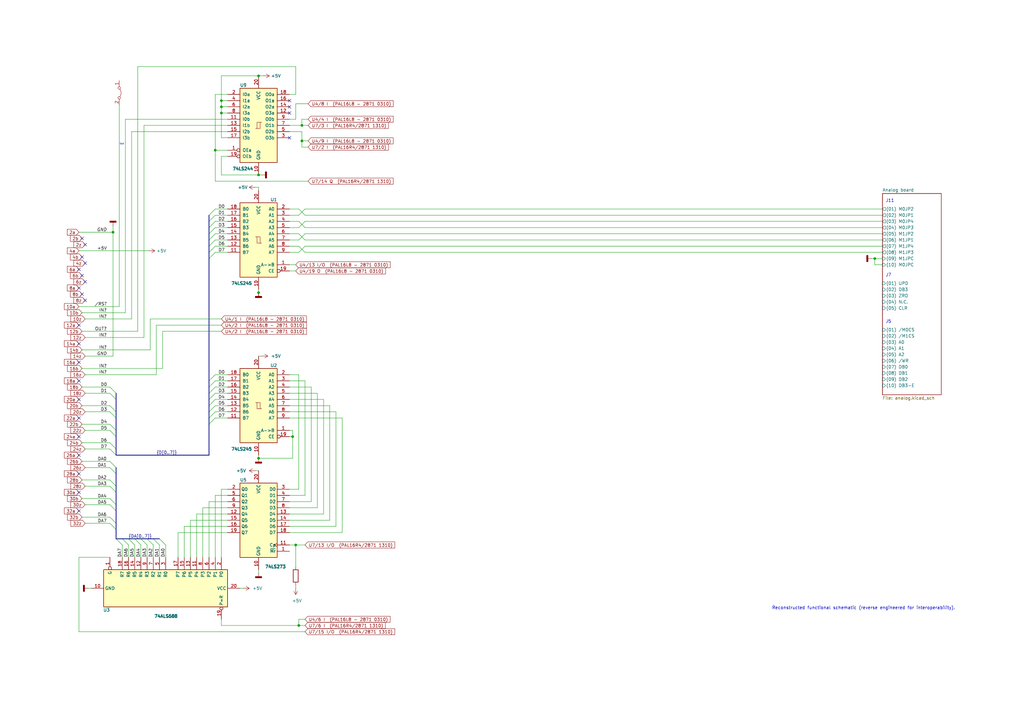
<source format=kicad_sch>
(kicad_sch (version 20211123) (generator eeschema)
  (paper "A3")
  (title_block (title "Control-related circuits") (date "2026-01-24") (rev "1.0") (company "Pozsar Zsolt") (comment 1 "EBE 287.1 analog output module"))
  (lib_symbols
    (symbol "74xx:74LS04"
      (property "Reference" "U" (at 0 1.27 0))
      (property "Value" "74LS04" (at 0 -1.27 0))
      (symbol "74LS04_1_0"
        (pin input line (at -7.62 0 0) (length 3.81) (name "~") (number "1"))
        (pin output inverted (at 7.62 0 180) (length 3.81) (name "~") (number "2"))
      )
      (symbol "74LS04_2_0"
        (pin input line (at -7.62 0 0) (length 3.81) (name "~") (number "3"))
        (pin output inverted (at 7.62 0 180) (length 3.81) (name "~") (number "4"))
      )
      (symbol "74LS04_3_0"
        (pin input line (at -7.62 0 0) (length 3.81) (name "~") (number "5"))
        (pin output inverted (at 7.62 0 180) (length 3.81) (name "~") (number "6"))
      )
      (symbol "74LS04_4_0"
        (pin output inverted (at 7.62 0 180) (length 3.81) (name "~") (number "8"))
        (pin input line (at -7.62 0 0) (length 3.81) (name "~") (number "9"))
      )
      (symbol "74LS04_5_0"
        (pin output inverted (at 7.62 0 180) (length 3.81) (name "~") (number "10"))
        (pin input line (at -7.62 0 0) (length 3.81) (name "~") (number "11"))
      )
      (symbol "74LS04_6_0"
        (pin output inverted (at 7.62 0 180) (length 3.81) (name "~") (number "12"))
        (pin input line (at -7.62 0 0) (length 3.81) (name "~") (number "13"))
      )
      (symbol "74LS04_7_0"
        (pin power_in line (at 0 12.7 270) (length 5.08) (name "VCC") (number "14"))
        (pin power_in line (at 0 -12.7 90) (length 5.08) (name "GND") (number "7"))
      )
    )
    (symbol "74xx:74LS139" (pin_names (offset 1.016))
      (property "Reference" "U" (at -7.62 8.89 0))
      (property "Value" "74LS139" (at -7.62 -8.89 0))
      (symbol "74LS139_1_0"
        (pin input inverted (at -12.7 -5.08 0) (length 5.08) (name "E") (number "1"))
        (pin input line (at -12.7 0 0) (length 5.08) (name "A0") (number "2"))
        (pin input line (at -12.7 2.54 0) (length 5.08) (name "A1") (number "3"))
        (pin output inverted (at 12.7 2.54 180) (length 5.08) (name "O0") (number "4"))
        (pin output inverted (at 12.7 0 180) (length 5.08) (name "O1") (number "5"))
        (pin output inverted (at 12.7 -2.54 180) (length 5.08) (name "O2") (number "6"))
        (pin output inverted (at 12.7 -5.08 180) (length 5.08) (name "O3") (number "7"))
      )
      (symbol "74LS139_2_0"
        (pin output inverted (at 12.7 -2.54 180) (length 5.08) (name "O2") (number "10"))
        (pin output inverted (at 12.7 0 180) (length 5.08) (name "O1") (number "11"))
        (pin output inverted (at 12.7 2.54 180) (length 5.08) (name "O0") (number "12"))
        (pin input line (at -12.7 2.54 0) (length 5.08) (name "A1") (number "13"))
        (pin input line (at -12.7 0 0) (length 5.08) (name "A0") (number "14"))
        (pin input inverted (at -12.7 -5.08 0) (length 5.08) (name "E") (number "15"))
        (pin output inverted (at 12.7 -5.08 180) (length 5.08) (name "O3") (number "9"))
      )
      (symbol "74LS139_3_0"
        (pin power_in line (at 0 12.7 270) (length 5.08) (name "VCC") (number "16"))
        (pin power_in line (at 0 -12.7 90) (length 5.08) (name "GND") (number "8"))
      )
    )
    (symbol "74xx:74LS244" (pin_names (offset 1.016))
      (property "Reference" "U" (at -7.62 16.51 0))
      (property "Value" "74LS244" (at -7.62 -16.51 0))
      (symbol "74LS244_1_0"
        (pin input inverted (at -12.7 -10.16 0) (length 5.08) (name "OEa") (number "1"))
        (pin power_in line (at 0 -20.32 90) (length 5.08) (name "GND") (number "10"))
        (pin input line (at -12.7 2.54 0) (length 5.08) (name "I0b") (number "11"))
        (pin tri_state line (at 12.7 5.08 180) (length 5.08) (name "O3a") (number "12"))
        (pin input line (at -12.7 0 0) (length 5.08) (name "I1b") (number "13"))
        (pin tri_state line (at 12.7 7.62 180) (length 5.08) (name "O2a") (number "14"))
        (pin input line (at -12.7 -2.54 0) (length 5.08) (name "I2b") (number "15"))
        (pin tri_state line (at 12.7 10.16 180) (length 5.08) (name "O1a") (number "16"))
        (pin input line (at -12.7 -5.08 0) (length 5.08) (name "I3b") (number "17"))
        (pin tri_state line (at 12.7 12.7 180) (length 5.08) (name "O0a") (number "18"))
        (pin input inverted (at -12.7 -12.7 0) (length 5.08) (name "OEb") (number "19"))
        (pin input line (at -12.7 12.7 0) (length 5.08) (name "I0a") (number "2"))
        (pin power_in line (at 0 20.32 270) (length 5.08) (name "VCC") (number "20"))
        (pin tri_state line (at 12.7 -5.08 180) (length 5.08) (name "O3b") (number "3"))
        (pin input line (at -12.7 10.16 0) (length 5.08) (name "I1a") (number "4"))
        (pin tri_state line (at 12.7 -2.54 180) (length 5.08) (name "O2b") (number "5"))
        (pin input line (at -12.7 7.62 0) (length 5.08) (name "I2a") (number "6"))
        (pin tri_state line (at 12.7 0 180) (length 5.08) (name "O1b") (number "7"))
        (pin input line (at -12.7 5.08 0) (length 5.08) (name "I3a") (number "8"))
        (pin tri_state line (at 12.7 2.54 180) (length 5.08) (name "O0b") (number "9"))
      )
    )
    (symbol "74xx:74LS245" (pin_names (offset 1.016))
      (property "Reference" "U" (at -7.62 16.51 0))
      (property "Value" "74LS245" (at -7.62 -16.51 0))
      (symbol "74LS245_1_0"
        (pin input line (at -12.7 -10.16 0) (length 5.08) (name "A->B") (number "1"))
        (pin power_in line (at 0 -20.32 90) (length 5.08) (name "GND") (number "10"))
        (pin tri_state line (at 12.7 -5.08 180) (length 5.08) (name "B7") (number "11"))
        (pin tri_state line (at 12.7 -2.54 180) (length 5.08) (name "B6") (number "12"))
        (pin tri_state line (at 12.7 0 180) (length 5.08) (name "B5") (number "13"))
        (pin tri_state line (at 12.7 2.54 180) (length 5.08) (name "B4") (number "14"))
        (pin tri_state line (at 12.7 5.08 180) (length 5.08) (name "B3") (number "15"))
        (pin tri_state line (at 12.7 7.62 180) (length 5.08) (name "B2") (number "16"))
        (pin tri_state line (at 12.7 10.16 180) (length 5.08) (name "B1") (number "17"))
        (pin tri_state line (at 12.7 12.7 180) (length 5.08) (name "B0") (number "18"))
        (pin input inverted (at -12.7 -12.7 0) (length 5.08) (name "CE") (number "19"))
        (pin tri_state line (at -12.7 12.7 0) (length 5.08) (name "A0") (number "2"))
        (pin power_in line (at 0 20.32 270) (length 5.08) (name "VCC") (number "20"))
        (pin tri_state line (at -12.7 10.16 0) (length 5.08) (name "A1") (number "3"))
        (pin tri_state line (at -12.7 7.62 0) (length 5.08) (name "A2") (number "4"))
        (pin tri_state line (at -12.7 5.08 0) (length 5.08) (name "A3") (number "5"))
        (pin tri_state line (at -12.7 2.54 0) (length 5.08) (name "A4") (number "6"))
        (pin tri_state line (at -12.7 0 0) (length 5.08) (name "A5") (number "7"))
        (pin tri_state line (at -12.7 -2.54 0) (length 5.08) (name "A6") (number "8"))
        (pin tri_state line (at -12.7 -5.08 0) (length 5.08) (name "A7") (number "9"))
      )
    )
    (symbol "74xx:74LS273"
      (property "Reference" "U" (at -7.62 16.51 0))
      (property "Value" "74LS273" (at -7.62 -16.51 0))
      (symbol "74LS273_1_0"
        (pin input line (at -12.7 -12.7 0) (length 5.08) (name "~{Mr}") (number "1"))
        (pin power_in line (at 0 -20.32 90) (length 5.08) (name "GND") (number "10"))
        (pin input clock (at -12.7 -10.16 0) (length 5.08) (name "Cp") (number "11"))
        (pin output line (at 12.7 2.54 180) (length 5.08) (name "Q4") (number "12"))
        (pin input line (at -12.7 2.54 0) (length 5.08) (name "D4") (number "13"))
        (pin input line (at -12.7 0 0) (length 5.08) (name "D5") (number "14"))
        (pin output line (at 12.7 0 180) (length 5.08) (name "Q5") (number "15"))
        (pin output line (at 12.7 -2.54 180) (length 5.08) (name "Q6") (number "16"))
        (pin input line (at -12.7 -2.54 0) (length 5.08) (name "D6") (number "17"))
        (pin input line (at -12.7 -5.08 0) (length 5.08) (name "D7") (number "18"))
        (pin output line (at 12.7 -5.08 180) (length 5.08) (name "Q7") (number "19"))
        (pin output line (at 12.7 12.7 180) (length 5.08) (name "Q0") (number "2"))
        (pin power_in line (at 0 20.32 270) (length 5.08) (name "VCC") (number "20"))
        (pin input line (at -12.7 12.7 0) (length 5.08) (name "D0") (number "3"))
        (pin input line (at -12.7 10.16 0) (length 5.08) (name "D1") (number "4"))
        (pin output line (at 12.7 10.16 180) (length 5.08) (name "Q1") (number "5"))
        (pin output line (at 12.7 7.62 180) (length 5.08) (name "Q2") (number "6"))
        (pin input line (at -12.7 7.62 0) (length 5.08) (name "D2") (number "7"))
        (pin input line (at -12.7 5.08 0) (length 5.08) (name "D3") (number "8"))
        (pin output line (at 12.7 5.08 180) (length 5.08) (name "Q3") (number "9"))
      )
    )
    (symbol "74xx:74LS688"
      (property "Reference" "U" (at -7.62 26.67 0))
      (property "Value" "74LS688" (at -7.62 -26.67 0))
      (symbol "74LS688_1_0"
        (pin input inverted (at -12.7 -22.86 0) (length 5.08) (name "G") (number "1"))
        (pin power_in line (at 0 -30.48 90) (length 5.08) (name "GND") (number "10"))
        (pin input line (at -12.7 12.7 0) (length 5.08) (name "P4") (number "11"))
        (pin input line (at -12.7 -10.16 0) (length 5.08) (name "R4") (number "12"))
        (pin input line (at -12.7 10.16 0) (length 5.08) (name "P5") (number "13"))
        (pin input line (at -12.7 -12.7 0) (length 5.08) (name "R5") (number "14"))
        (pin input line (at -12.7 7.62 0) (length 5.08) (name "P6") (number "15"))
        (pin input line (at -12.7 -15.24 0) (length 5.08) (name "R6") (number "16"))
        (pin input line (at -12.7 5.08 0) (length 5.08) (name "P7") (number "17"))
        (pin input line (at -12.7 -17.78 0) (length 5.08) (name "R7") (number "18"))
        (pin output inverted (at 12.7 22.86 180) (length 5.08) (name "P=R") (number "19"))
        (pin input line (at -12.7 22.86 0) (length 5.08) (name "P0") (number "2"))
        (pin power_in line (at 0 30.48 270) (length 5.08) (name "VCC") (number "20"))
        (pin input line (at -12.7 0 0) (length 5.08) (name "R0") (number "3"))
        (pin input line (at -12.7 20.32 0) (length 5.08) (name "P1") (number "4"))
        (pin input line (at -12.7 -2.54 0) (length 5.08) (name "R1") (number "5"))
        (pin input line (at -12.7 17.78 0) (length 5.08) (name "P2") (number "6"))
        (pin input line (at -12.7 -5.08 0) (length 5.08) (name "R2") (number "7"))
        (pin input line (at -12.7 15.24 0) (length 5.08) (name "P3") (number "8"))
        (pin input line (at -12.7 -7.62 0) (length 5.08) (name "R3") (number "9"))
      )
    )
    (symbol "74xx:74LS74" (pin_names (offset 1.016))
      (property "Reference" "U" (at -7.62 8.89 0))
      (property "Value" "74LS74" (at -7.62 -8.89 0))
      (symbol "74LS74_1_0"
        (pin input line (at 0 -7.62 90) (length 2.54) (name "~{R}") (number "1"))
        (pin input line (at -7.62 2.54 0) (length 2.54) (name "D") (number "2"))
        (pin input clock (at -7.62 0 0) (length 2.54) (name "C") (number "3"))
        (pin input line (at 0 7.62 270) (length 2.54) (name "~{S}") (number "4"))
        (pin output line (at 7.62 2.54 180) (length 2.54) (name "Q") (number "5"))
        (pin output line (at 7.62 -2.54 180) (length 2.54) (name "~{Q}") (number "6"))
      )
      (symbol "74LS74_2_0"
        (pin input line (at 0 7.62 270) (length 2.54) (name "~{S}") (number "10"))
        (pin input clock (at -7.62 0 0) (length 2.54) (name "C") (number "11"))
        (pin input line (at -7.62 2.54 0) (length 2.54) (name "D") (number "12"))
        (pin input line (at 0 -7.62 90) (length 2.54) (name "~{R}") (number "13"))
        (pin output line (at 7.62 -2.54 180) (length 2.54) (name "~{Q}") (number "8"))
        (pin output line (at 7.62 2.54 180) (length 2.54) (name "Q") (number "9"))
      )
      (symbol "74LS74_3_0"
        (pin power_in line (at 0 10.16 270) (length 2.54) (name "VCC") (number "14"))
        (pin power_in line (at 0 -10.16 90) (length 2.54) (name "GND") (number "7"))
      )
    )
    (symbol "DIL24_1" (pin_names (offset 1.016) hide)
      (property "Reference" "U" (at 0 -2.54 0))
      (property "Value" "DIL24_1" (at 0 2.54 0))
      (symbol "DIL24_1_1_1"
        (pin input line (at -19.05 13.97 0) (length 7.62) (name "1") (number "1"))
        (pin input line (at -19.05 -8.89 0) (length 7.62) (name "10") (number "10"))
        (pin input line (at -19.05 -11.43 0) (length 7.62) (name "11") (number "11"))
        (pin input line (at -19.05 -13.97 0) (length 7.62) (name "12") (number "12"))
        (pin input line (at 19.05 -13.97 180) (length 7.62) (name "13") (number "13"))
        (pin input line (at 19.05 -11.43 180) (length 7.62) (name "14") (number "14"))
        (pin input line (at 19.05 -8.89 180) (length 7.62) (name "15") (number "15"))
        (pin input line (at 19.05 -6.35 180) (length 7.62) (name "16") (number "16"))
        (pin input line (at 19.05 -3.81 180) (length 7.62) (name "17") (number "17"))
        (pin input line (at 19.05 -1.27 180) (length 7.62) (name "18") (number "18"))
        (pin input line (at 19.05 1.27 180) (length 7.62) (name "19") (number "19"))
        (pin input line (at -19.05 11.43 0) (length 7.62) (name "2") (number "2"))
        (pin input line (at 19.05 3.81 180) (length 7.62) (name "20") (number "20"))
        (pin input line (at 19.05 6.35 180) (length 7.62) (name "21") (number "21"))
        (pin input line (at 19.05 8.89 180) (length 7.62) (name "22") (number "22"))
        (pin input line (at 19.05 11.43 180) (length 7.62) (name "23") (number "23"))
        (pin input line (at 19.05 13.97 180) (length 7.62) (name "24") (number "24"))
        (pin input line (at -19.05 8.89 0) (length 7.62) (name "3") (number "3"))
        (pin input line (at -19.05 6.35 0) (length 7.62) (name "4") (number "4"))
        (pin input line (at -19.05 3.81 0) (length 7.62) (name "5") (number "5"))
        (pin input line (at -19.05 1.27 0) (length 7.62) (name "6") (number "6"))
        (pin input line (at -19.05 -1.27 0) (length 7.62) (name "7") (number "7"))
        (pin input line (at -19.05 -3.81 0) (length 7.62) (name "8") (number "8"))
        (pin input line (at -19.05 -6.35 0) (length 7.62) (name "9") (number "9"))
      )
    )
    (symbol "Device:R" (pin_numbers hide) (pin_names (offset 0))
      (property "Reference" "R" (at 2.032 0 90))
      (property "Value" "R" (at 0 0 90))
      (symbol "R_1_1"
        (pin passive line (at 0 3.81 270) (length 1.27) (name "~") (number "1"))
        (pin passive line (at 0 -3.81 90) (length 1.27) (name "~") (number "2"))
      )
    )
    (symbol "Jumper:Jumper_2_Bridged" (pin_names (offset 0) hide)
      (property "Reference" "JP" (at 0 1.905 0))
      (property "Value" "Jumper_2_Bridged" (at 0 -2.54 0))
      (symbol "Jumper_2_Bridged_1_1"
        (pin passive line (at -5.08 0 0) (length 2.54) (name "A") (number "1"))
        (pin passive line (at 5.08 0 180) (length 2.54) (name "B") (number "2"))
      )
    )
    (symbol "dil:DIL24" (pin_names (offset 1.016) hide)
      (property "Reference" "U" (at 0 -2.54 0))
      (property "Value" "DIL24" (at 0 2.54 0))
      (symbol "DIL24_1_1"
        (pin input line (at -19.05 13.97 0) (length 7.62) (name "1") (number "1"))
        (pin input line (at -19.05 -8.89 0) (length 7.62) (name "10") (number "10"))
        (pin input line (at -19.05 -11.43 0) (length 7.62) (name "11") (number "11"))
        (pin input line (at -19.05 -13.97 0) (length 7.62) (name "12") (number "12"))
        (pin input line (at 19.05 -13.97 180) (length 7.62) (name "13") (number "13"))
        (pin input line (at 19.05 -11.43 180) (length 7.62) (name "14") (number "14"))
        (pin input line (at 19.05 -8.89 180) (length 7.62) (name "15") (number "15"))
        (pin input line (at 19.05 -6.35 180) (length 7.62) (name "16") (number "16"))
        (pin input line (at 19.05 -3.81 180) (length 7.62) (name "17") (number "17"))
        (pin input line (at 19.05 -1.27 180) (length 7.62) (name "18") (number "18"))
        (pin input line (at 19.05 1.27 180) (length 7.62) (name "19") (number "19"))
        (pin input line (at -19.05 11.43 0) (length 7.62) (name "2") (number "2"))
        (pin input line (at 19.05 3.81 180) (length 7.62) (name "20") (number "20"))
        (pin input line (at 19.05 6.35 180) (length 7.62) (name "21") (number "21"))
        (pin input line (at 19.05 8.89 180) (length 7.62) (name "22") (number "22"))
        (pin input line (at 19.05 11.43 180) (length 7.62) (name "23") (number "23"))
        (pin input line (at 19.05 13.97 180) (length 7.62) (name "24") (number "24"))
        (pin input line (at -19.05 8.89 0) (length 7.62) (name "3") (number "3"))
        (pin input line (at -19.05 6.35 0) (length 7.62) (name "4") (number "4"))
        (pin input line (at -19.05 3.81 0) (length 7.62) (name "5") (number "5"))
        (pin input line (at -19.05 1.27 0) (length 7.62) (name "6") (number "6"))
        (pin input line (at -19.05 -1.27 0) (length 7.62) (name "7") (number "7"))
        (pin input line (at -19.05 -3.81 0) (length 7.62) (name "8") (number "8"))
        (pin input line (at -19.05 -6.35 0) (length 7.62) (name "9") (number "9"))
      )
    )
    (symbol "power:+5V" (power) (pin_names (offset 0))
      (property "Value" "+5V" (at 0 3.556 0))
      (symbol "+5V_1_1"
        (pin power_in line (at 0 0 90) (length 0) hide (name "+5V") (number "1"))
      )
    )
    (symbol "power:GNDD" (power) (pin_names (offset 0))
      (property "Value" "GNDD" (at 0 -3.175 0))
      (symbol "GNDD_1_1"
        (pin power_in line (at 0 0 270) (length 0) hide (name "GNDD") (number "1"))
      )
    )
  )
  (junction (at 123.825 51.435))
  (junction (at 46.355 95.25))
  (junction (at -98.425 227.33))
  (junction (at 123.825 57.785))
  (junction (at 120.015 179.07))
  (junction (at 106.045 31.115))
  (junction (at 90.805 41.275))
  (junction (at 122.555 256.54))
  (junction (at 121.285 223.52))
  (junction (at 88.265 61.595))
  (junction (at 106.045 71.755))
  (junction (at 106.045 120.015))
  (junction (at 90.805 43.815))
  (junction (at 90.805 46.355))
  (junction (at 106.045 187.96))
  (junction (at 358.775 106.045))
  (junction (at -144.145 199.39))
  (no_connect (at 32.385 201.93))
  (no_connect (at 118.745 46.355))
  (no_connect (at 34.925 107.95))
  (no_connect (at 32.385 171.45))
  (no_connect (at 118.745 41.275))
  (no_connect (at 32.385 209.55))
  (no_connect (at 32.385 156.21))
  (no_connect (at 118.745 43.815))
  (no_connect (at 32.385 194.31))
  (no_connect (at 34.925 123.19))
  (no_connect (at 34.925 100.33))
  (no_connect (at 32.385 140.97))
  (no_connect (at 118.745 56.515))
  (no_connect (at 32.385 179.07))
  (no_connect (at 33.655 120.65))
  (no_connect (at 33.655 113.03))
  (no_connect (at 32.385 133.35))
  (no_connect (at 32.385 110.49))
  (no_connect (at 32.385 148.59))
  (no_connect (at 32.385 118.11))
  (no_connect (at 33.655 97.79))
  (no_connect (at 34.925 115.57))
  (no_connect (at 32.385 186.69))
  (no_connect (at 33.655 105.41))
  (no_connect (at 32.385 163.83))
  (bus_entry (at 60.325 223.52) (size -2.54 -2.54))
  (bus_entry (at 88.265 161.29) (size -2.54 2.54))
  (bus_entry (at 45.085 199.39) (size 2.54 2.54))
  (bus_entry (at 45.085 189.23) (size 2.54 2.54))
  (bus_entry (at 88.265 171.45) (size -2.54 2.54))
  (bus_entry (at 45.085 168.91) (size 2.54 2.54))
  (bus_entry (at 45.085 191.77) (size 2.54 2.54))
  (bus_entry (at 88.265 166.37) (size -2.54 2.54))
  (bus_entry (at 45.085 158.75) (size 2.54 2.54))
  (bus_entry (at 88.265 88.265) (size -2.54 2.54))
  (bus_entry (at 88.265 85.725) (size -2.54 2.54))
  (bus_entry (at 45.085 176.53) (size 2.54 2.54))
  (bus_entry (at 50.165 223.52) (size -2.54 -2.54))
  (bus_entry (at 62.865 223.52) (size -2.54 -2.54))
  (bus_entry (at 65.405 223.52) (size -2.54 -2.54))
  (bus_entry (at 88.265 103.505) (size -2.54 2.54))
  (bus_entry (at 45.085 196.85) (size 2.54 2.54))
  (bus_entry (at 45.085 173.99) (size 2.54 2.54))
  (bus_entry (at 67.945 223.52) (size -2.54 -2.54))
  (bus_entry (at 88.265 100.965) (size -2.54 2.54))
  (bus_entry (at 45.085 181.61) (size 2.54 2.54))
  (bus_entry (at 45.085 204.47) (size 2.54 2.54))
  (bus_entry (at 88.265 95.885) (size -2.54 2.54))
  (bus_entry (at 88.265 168.91) (size -2.54 2.54))
  (bus_entry (at 52.705 223.52) (size -2.54 -2.54))
  (bus_entry (at 88.265 156.21) (size -2.54 2.54))
  (bus_entry (at 88.265 93.345) (size -2.54 2.54))
  (bus_entry (at 45.085 207.01) (size 2.54 2.54))
  (bus_entry (at 55.245 223.52) (size -2.54 -2.54))
  (bus_entry (at 45.085 184.15) (size 2.54 2.54))
  (bus_entry (at 45.085 212.09) (size 2.54 2.54))
  (bus_entry (at 45.085 214.63) (size 2.54 2.54))
  (bus_entry (at 88.265 163.83) (size -2.54 2.54))
  (bus_entry (at 45.085 161.29) (size 2.54 2.54))
  (bus_entry (at 57.785 223.52) (size -2.54 -2.54))
  (bus_entry (at 88.265 98.425) (size -2.54 2.54))
  (bus_entry (at 45.085 166.37) (size 2.54 2.54))
  (bus_entry (at 88.265 158.75) (size -2.54 2.54))
  (bus_entry (at 88.265 90.805) (size -2.54 2.54))
  (bus_entry (at 88.265 153.67) (size -2.54 2.54))
  (bus (pts (xy 47.625 191.77) (xy 47.625 194.31)))
  (wire (pts (xy 55.245 223.52) (xy 55.245 228.6)))
  (wire (pts (xy 122.555 254) (xy 122.555 256.54)))
  (wire (pts (xy 125.095 98.425) (xy 122.555 95.885)))
  (wire (pts (xy 88.265 93.345) (xy 93.345 93.345)))
  (wire (pts (xy 125.095 223.52) (xy 121.285 223.52)))
  (wire (pts (xy 45.085 191.77) (xy 34.925 191.77)))
  (wire (pts (xy 118.745 203.2) (xy 125.095 203.2)))
  (wire (pts (xy 85.725 205.74) (xy 93.345 205.74)))
  (wire (pts (xy 118.745 163.83) (xy 132.715 163.83)))
  (wire (pts (xy 45.085 158.75) (xy 33.655 158.75)))
  (wire (pts (xy 90.805 135.89) (xy 66.675 135.89)))
  (bus (pts (xy 85.725 171.45) (xy 85.725 173.99)))
  (wire (pts (xy 118.745 153.67) (xy 122.555 153.67)))
  (wire (pts (xy 118.745 158.75) (xy 127.635 158.75)))
  (wire (pts (xy 361.95 108.585) (xy 358.775 108.585)))
  (bus (pts (xy 47.625 171.45) (xy 47.625 176.53)))
  (bus (pts (xy 47.625 161.29) (xy 47.625 163.83)))
  (wire (pts (xy 122.555 256.54) (xy 90.805 256.54)))
  (wire (pts (xy 88.265 85.725) (xy 93.345 85.725)))
  (bus (pts (xy 85.725 158.75) (xy 85.725 161.29)))
  (bus (pts (xy 47.625 214.63) (xy 47.625 217.17)))
  (wire (pts (xy 62.865 223.52) (xy 62.865 228.6)))
  (wire (pts (xy 358.775 106.045) (xy 358.775 108.585)))
  (wire (pts (xy 125.095 203.2) (xy 125.095 156.21)))
  (wire (pts (xy 361.95 93.345) (xy 125.095 93.345)))
  (wire (pts (xy 88.265 61.595) (xy 88.265 38.735)))
  (wire (pts (xy 137.795 215.9) (xy 118.745 215.9)))
  (wire (pts (xy 106.045 146.05) (xy 107.315 146.05)))
  (wire (pts (xy 45.085 166.37) (xy 33.655 166.37)))
  (wire (pts (xy 88.265 203.2) (xy 93.345 203.2)))
  (wire (pts (xy 88.265 61.595) (xy 93.345 61.595)))
  (bus (pts (xy 85.725 98.425) (xy 85.725 100.965)))
  (wire (pts (xy 120.015 179.07) (xy 120.015 187.96)))
  (wire (pts (xy 57.785 223.52) (xy 57.785 228.6)))
  (bus (pts (xy 85.725 173.99) (xy 85.725 186.69)))
  (wire (pts (xy 88.265 156.21) (xy 93.345 156.21)))
  (wire (pts (xy 33.655 143.51) (xy 61.595 143.51)))
  (wire (pts (xy 88.265 90.805) (xy 93.345 90.805)))
  (wire (pts (xy 88.265 103.505) (xy 93.345 103.505)))
  (wire (pts (xy 80.645 228.6) (xy 80.645 210.82)))
  (wire (pts (xy 135.255 166.37) (xy 118.745 166.37)))
  (bus (pts (xy 85.725 95.885) (xy 85.725 98.425)))
  (bus (pts (xy 47.625 176.53) (xy 47.625 179.07)))
  (wire (pts (xy 122.555 153.67) (xy 122.555 200.66)))
  (wire (pts (xy 45.085 199.39) (xy 34.925 199.39)))
  (wire (pts (xy 126.365 48.895) (xy 123.825 48.895)))
  (wire (pts (xy -102.235 227.33) (xy -98.425 227.33)))
  (wire (pts (xy 122.555 100.965) (xy 118.745 100.965)))
  (bus (pts (xy 85.725 156.21) (xy 85.725 158.75)))
  (wire (pts (xy 33.655 128.27) (xy 51.435 128.27)))
  (wire (pts (xy 122.555 93.345) (xy 118.745 93.345)))
  (wire (pts (xy 126.365 57.785) (xy 123.825 57.785)))
  (wire (pts (xy 125.095 259.08) (xy 32.385 259.08)))
  (wire (pts (xy 123.825 57.785) (xy 123.825 60.325)))
  (wire (pts (xy 52.705 223.52) (xy 52.705 228.6)))
  (wire (pts (xy 121.285 42.545) (xy 126.365 42.545)))
  (wire (pts (xy 34.925 146.05) (xy 46.355 146.05)))
  (wire (pts (xy 106.045 118.745) (xy 106.045 120.015)))
  (wire (pts (xy 59.055 51.435) (xy 59.055 138.43)))
  (wire (pts (xy 48.895 125.73) (xy 48.895 43.18)))
  (wire (pts (xy 107.95 31.115) (xy 106.045 31.115)))
  (wire (pts (xy 93.345 218.44) (xy 73.025 218.44)))
  (bus (pts (xy 60.325 220.98) (xy 57.785 220.98)))
  (wire (pts (xy 46.355 95.25) (xy 46.355 146.05)))
  (wire (pts (xy 32.385 228.6) (xy 45.085 228.6)))
  (bus (pts (xy 47.625 168.91) (xy 47.625 171.45)))
  (wire (pts (xy 50.165 223.52) (xy 50.165 228.6)))
  (wire (pts (xy 88.265 228.6) (xy 88.265 203.2)))
  (wire (pts (xy 66.675 135.89) (xy 66.675 151.13)))
  (wire (pts (xy 120.015 176.53) (xy 120.015 179.07)))
  (wire (pts (xy 99.695 241.3) (xy 98.425 241.3)))
  (wire (pts (xy 88.265 74.295) (xy 88.265 61.595)))
  (wire (pts (xy 106.045 187.96) (xy 120.015 187.96)))
  (wire (pts (xy 361.95 100.965) (xy 125.095 100.965)))
  (wire (pts (xy 34.925 130.81) (xy 53.975 130.81)))
  (bus (pts (xy 85.725 163.83) (xy 85.725 166.37)))
  (wire (pts (xy 60.325 223.52) (xy 60.325 228.6)))
  (wire (pts (xy 51.435 48.895) (xy 51.435 128.27)))
  (wire (pts (xy 125.095 156.21) (xy 118.745 156.21)))
  (wire (pts (xy 127.635 158.75) (xy 127.635 205.74)))
  (wire (pts (xy 140.335 171.45) (xy 118.745 171.45)))
  (wire (pts (xy 118.745 179.07) (xy 120.015 179.07)))
  (wire (pts (xy 90.805 46.355) (xy 93.345 46.355)))
  (wire (pts (xy 361.95 90.805) (xy 125.095 90.805)))
  (wire (pts (xy 65.405 223.52) (xy 65.405 228.6)))
  (wire (pts (xy 88.265 171.45) (xy 93.345 171.45)))
  (wire (pts (xy 90.805 228.6) (xy 90.805 200.66)))
  (wire (pts (xy 45.085 161.29) (xy 34.925 161.29)))
  (wire (pts (xy 83.185 208.28) (xy 93.345 208.28)))
  (wire (pts (xy 32.385 95.25) (xy 46.355 95.25)))
  (wire (pts (xy -144.145 199.39) (xy -144.145 238.76)))
  (bus (pts (xy 85.725 161.29) (xy 85.725 163.83)))
  (wire (pts (xy 361.95 103.505) (xy 125.095 103.505)))
  (wire (pts (xy 125.095 90.805) (xy 122.555 93.345)))
  (wire (pts (xy 125.095 103.505) (xy 122.555 100.965)))
  (wire (pts (xy 56.515 135.89) (xy 33.655 135.89)))
  (wire (pts (xy 125.095 88.265) (xy 122.555 85.725)))
  (wire (pts (xy 90.805 256.54) (xy 90.805 254)))
  (bus (pts (xy 47.625 179.07) (xy 47.625 184.15)))
  (wire (pts (xy 32.385 125.73) (xy 48.895 125.73)))
  (wire (pts (xy 33.655 151.13) (xy 66.675 151.13)))
  (wire (pts (xy 88.265 98.425) (xy 93.345 98.425)))
  (wire (pts (xy 45.085 168.91) (xy 34.925 168.91)))
  (wire (pts (xy 36.195 241.3) (xy 37.465 241.3)))
  (wire (pts (xy 90.805 43.815) (xy 93.345 43.815)))
  (wire (pts (xy 90.805 130.81) (xy 61.595 130.81)))
  (bus (pts (xy 85.725 103.505) (xy 85.725 106.045)))
  (wire (pts (xy 122.555 95.885) (xy 118.745 95.885)))
  (wire (pts (xy 46.355 95.25) (xy 46.355 92.71)))
  (wire (pts (xy 125.095 93.345) (xy 122.555 90.805)))
  (wire (pts (xy 80.645 210.82) (xy 93.345 210.82)))
  (wire (pts (xy 121.285 241.3) (xy 121.285 240.03)))
  (wire (pts (xy -140.335 147.32) (xy -144.145 147.32)))
  (wire (pts (xy 140.335 218.44) (xy 140.335 171.45)))
  (bus (pts (xy 55.245 220.98) (xy 52.705 220.98)))
  (wire (pts (xy -140.335 175.26) (xy -140.335 176.53)))
  (wire (pts (xy 126.365 74.295) (xy 88.265 74.295)))
  (wire (pts (xy 118.745 51.435) (xy 123.825 51.435)))
  (wire (pts (xy 104.775 193.04) (xy 106.045 193.04)))
  (wire (pts (xy 88.265 166.37) (xy 93.345 166.37)))
  (wire (pts (xy 45.085 196.85) (xy 33.655 196.85)))
  (wire (pts (xy 125.095 100.965) (xy 122.555 103.505)))
  (wire (pts (xy 88.265 100.965) (xy 93.345 100.965)))
  (wire (pts (xy 132.715 210.82) (xy 118.745 210.82)))
  (bus (pts (xy 47.625 207.01) (xy 47.625 209.55)))
  (wire (pts (xy 121.285 48.895) (xy 121.285 42.545)))
  (wire (pts (xy 61.595 130.81) (xy 61.595 143.51)))
  (wire (pts (xy 88.265 38.735) (xy 93.345 38.735)))
  (wire (pts (xy 106.045 78.105) (xy 106.045 76.835)))
  (wire (pts (xy 45.085 184.15) (xy 34.925 184.15)))
  (wire (pts (xy 53.975 53.975) (xy 53.975 130.81)))
  (wire (pts (xy 93.345 51.435) (xy 59.055 51.435)))
  (wire (pts (xy 122.555 90.805) (xy 118.745 90.805)))
  (wire (pts (xy 93.345 53.975) (xy 53.975 53.975)))
  (bus (pts (xy 62.865 220.98) (xy 60.325 220.98)))
  (bus (pts (xy 50.165 220.98) (xy 47.625 220.98)))
  (wire (pts (xy 45.085 212.09) (xy 33.655 212.09)))
  (wire (pts (xy 121.285 111.125) (xy 118.745 111.125)))
  (wire (pts (xy 106.045 233.68) (xy 106.045 234.95)))
  (wire (pts (xy 137.795 168.91) (xy 137.795 215.9)))
  (bus (pts (xy 52.705 220.98) (xy 50.165 220.98)))
  (bus (pts (xy 47.625 184.15) (xy 47.625 186.69)))
  (wire (pts (xy 121.285 38.735) (xy 121.285 27.305)))
  (wire (pts (xy 123.825 53.975) (xy 123.825 57.785)))
  (wire (pts (xy 122.555 200.66) (xy 118.745 200.66)))
  (wire (pts (xy 90.805 64.135) (xy 93.345 64.135)))
  (bus (pts (xy 85.725 100.965) (xy 85.725 103.505)))
  (wire (pts (xy 60.96 102.87) (xy 32.385 102.87)))
  (wire (pts (xy 56.515 27.305) (xy 56.515 135.89)))
  (wire (pts (xy 88.265 168.91) (xy 93.345 168.91)))
  (wire (pts (xy 361.95 95.885) (xy 125.095 95.885)))
  (wire (pts (xy 361.95 85.725) (xy 125.095 85.725)))
  (wire (pts (xy 130.175 161.29) (xy 130.175 208.28)))
  (wire (pts (xy 90.805 46.355) (xy 90.805 43.815)))
  (wire (pts (xy 90.805 56.515) (xy 90.805 46.355)))
  (wire (pts (xy 361.95 98.425) (xy 125.095 98.425)))
  (wire (pts (xy 90.805 41.275) (xy 93.345 41.275)))
  (wire (pts (xy 358.775 106.045) (xy 357.505 106.045)))
  (wire (pts (xy 122.555 98.425) (xy 118.745 98.425)))
  (wire (pts (xy 123.825 51.435) (xy 126.365 51.435)))
  (bus (pts (xy 47.625 194.31) (xy 47.625 199.39)))
  (wire (pts (xy 123.825 60.325) (xy 126.365 60.325)))
  (wire (pts (xy 88.265 158.75) (xy 93.345 158.75)))
  (wire (pts (xy 45.085 181.61) (xy 33.655 181.61)))
  (wire (pts (xy 121.285 108.585) (xy 118.745 108.585)))
  (wire (pts (xy 106.045 76.835) (xy 104.775 76.835)))
  (wire (pts (xy -98.425 175.26) (xy -98.425 227.33)))
  (wire (pts (xy 122.555 103.505) (xy 118.745 103.505)))
  (wire (pts (xy 118.745 38.735) (xy 121.285 38.735)))
  (wire (pts (xy -144.145 238.76) (xy -98.425 238.76)))
  (wire (pts (xy 90.805 43.815) (xy 90.805 41.275)))
  (bus (pts (xy 65.405 220.98) (xy 62.865 220.98)))
  (wire (pts (xy 64.135 153.67) (xy 34.925 153.67)))
  (wire (pts (xy 45.085 176.53) (xy 34.925 176.53)))
  (wire (pts (xy 130.175 208.28) (xy 118.745 208.28)))
  (wire (pts (xy 361.95 88.265) (xy 125.095 88.265)))
  (wire (pts (xy 83.185 228.6) (xy 83.185 208.28)))
  (wire (pts (xy -102.235 147.32) (xy -102.235 146.05)))
  (wire (pts (xy 125.095 95.885) (xy 122.555 98.425)))
  (wire (pts (xy -102.235 175.26) (xy -98.425 175.26)))
  (wire (pts (xy 90.805 31.115) (xy 106.045 31.115)))
  (wire (pts (xy 135.255 213.36) (xy 135.255 166.37)))
  (wire (pts (xy 118.745 161.29) (xy 130.175 161.29)))
  (wire (pts (xy 45.085 189.23) (xy 33.655 189.23)))
  (wire (pts (xy 90.805 41.275) (xy 90.805 31.115)))
  (bus (pts (xy 47.625 163.83) (xy 47.625 168.91)))
  (wire (pts (xy 75.565 228.6) (xy 75.565 215.9)))
  (wire (pts (xy 106.045 186.69) (xy 106.045 187.96)))
  (wire (pts (xy 125.095 254) (xy 122.555 254)))
  (wire (pts (xy 64.135 133.35) (xy 90.805 133.35)))
  (wire (pts (xy 90.805 71.755) (xy 90.805 64.135)))
  (wire (pts (xy 73.025 218.44) (xy 73.025 228.6)))
  (wire (pts (xy 122.555 85.725) (xy 118.745 85.725)))
  (wire (pts (xy 118.745 213.36) (xy 135.255 213.36)))
  (bus (pts (xy 47.625 209.55) (xy 47.625 214.63)))
  (wire (pts (xy 78.105 213.36) (xy 93.345 213.36)))
  (wire (pts (xy 78.105 228.6) (xy 78.105 213.36)))
  (wire (pts (xy 88.265 161.29) (xy 93.345 161.29)))
  (bus (pts (xy 85.725 168.91) (xy 85.725 171.45)))
  (wire (pts (xy -102.235 199.39) (xy -102.235 198.12)))
  (wire (pts (xy 118.745 218.44) (xy 140.335 218.44)))
  (wire (pts (xy -144.145 147.32) (xy -144.145 199.39)))
  (wire (pts (xy 67.945 223.52) (xy 67.945 228.6)))
  (wire (pts (xy 106.045 71.755) (xy 107.315 71.755)))
  (bus (pts (xy 57.785 220.98) (xy 55.245 220.98)))
  (wire (pts (xy 125.095 85.725) (xy 122.555 88.265)))
  (bus (pts (xy 85.725 166.37) (xy 85.725 168.91)))
  (wire (pts (xy 121.285 223.52) (xy 118.745 223.52)))
  (wire (pts (xy 93.345 48.895) (xy 51.435 48.895)))
  (wire (pts (xy 121.285 232.41) (xy 121.285 223.52)))
  (wire (pts (xy 75.565 215.9) (xy 93.345 215.9)))
  (wire (pts (xy 118.745 168.91) (xy 137.795 168.91)))
  (wire (pts (xy 85.725 228.6) (xy 85.725 205.74)))
  (bus (pts (xy 85.725 88.265) (xy 85.725 90.805)))
  (bus (pts (xy 85.725 90.805) (xy 85.725 93.345)))
  (wire (pts (xy 118.745 48.895) (xy 121.285 48.895)))
  (wire (pts (xy 45.085 173.99) (xy 33.655 173.99)))
  (wire (pts (xy -140.335 227.33) (xy -140.335 228.6)))
  (wire (pts (xy -144.145 199.39) (xy -140.335 199.39)))
  (wire (pts (xy 127.635 205.74) (xy 118.745 205.74)))
  (wire (pts (xy 90.805 200.66) (xy 93.345 200.66)))
  (wire (pts (xy 361.95 106.045) (xy 358.775 106.045)))
  (wire (pts (xy 88.265 88.265) (xy 93.345 88.265)))
  (wire (pts (xy 122.555 88.265) (xy 118.745 88.265)))
  (wire (pts (xy 93.345 56.515) (xy 90.805 56.515)))
  (wire (pts (xy 90.805 71.755) (xy 106.045 71.755)))
  (wire (pts (xy 120.015 176.53) (xy 118.745 176.53)))
  (wire (pts (xy 45.085 207.01) (xy 34.925 207.01)))
  (wire (pts (xy 64.135 153.67) (xy 64.135 133.35)))
  (bus (pts (xy 85.725 106.045) (xy 85.725 156.21)))
  (wire (pts (xy 125.095 256.54) (xy 122.555 256.54)))
  (wire (pts (xy 88.265 153.67) (xy 93.345 153.67)))
  (wire (pts (xy 45.085 204.47) (xy 33.655 204.47)))
  (bus (pts (xy 47.625 201.93) (xy 47.625 207.01)))
  (wire (pts (xy -98.425 227.33) (xy -98.425 238.76)))
  (wire (pts (xy 34.925 138.43) (xy 59.055 138.43)))
  (wire (pts (xy 118.745 53.975) (xy 123.825 53.975)))
  (bus (pts (xy 85.725 186.69) (xy 47.625 186.69)))
  (wire (pts (xy 121.285 27.305) (xy 56.515 27.305)))
  (bus (pts (xy 85.725 93.345) (xy 85.725 95.885)))
  (wire (pts (xy 123.825 48.895) (xy 123.825 51.435)))
  (wire (pts (xy 88.265 95.885) (xy 93.345 95.885)))
  (wire (pts (xy 88.265 163.83) (xy 93.345 163.83)))
  (wire (pts (xy 132.715 163.83) (xy 132.715 210.82)))
  (wire (pts (xy 32.385 259.08) (xy 32.385 228.6)))
  (wire (pts (xy 45.085 214.63) (xy 34.925 214.63)))
  (bus (pts (xy 47.625 199.39) (xy 47.625 201.93)))
  (bus (pts (xy 47.625 217.17) (xy 47.625 220.98)))
  (text "Vcc\n1CLK\n-1Q1\n-1Q2\n-1Q3\n-1Q4\n-2Q1\n-2Q2\n-2Q3\n-2Q4\n2CLK\n-2PRE" (at -111.125 176.53 180) (effects (font (size 1.6 1.6)) (justify right bottom)))
  (text "-1PRE\n-1OE\n1D1\n1D2\n1D3\n1D4\n2D1\n2D2\n2D3\n2D4\n-2OE\nGND" (at -131.445 176.53 0) (effects (font (size 1.6 1.6)) (justify left bottom)))
  (text "Vcc\n1CLK\n-1Q1\n-1Q2\n-1Q3\n-1Q4\n-2Q1\n-2Q2\n-2Q3\n-2Q4\n2CLK\n-2PRE" (at -111.125 228.6 180) (effects (font (size 1.6 1.6)) (justify right bottom)))
  (text "-1PRE\n-1OE\n1D1\n1D2\n1D3\n1D4\n2D1\n2D2\n2D3\n2D4\n-2OE\nGND" (at -131.445 228.6 0) (effects (font (size 1.6 1.6)) (justify left bottom)))
  (text "J7" (at 363.22 113.665 0) (effects (font (size 1.27 1.27)) (justify left bottom)))
  (text "J11" (at 363.22 83.185 0) (effects (font (size 1.27 1.27)) (justify left bottom)))
  (text "E" (at 50.8 59.69 90) (effects (font (size 1.27 1.27)) (justify left bottom)))
  (text "J5" (at 363.22 132.715 0) (effects (font (size 1.27 1.27)) (justify left bottom)))
  (text "Reconstructed functional schematic (reverse engineered for interoperability)." (at 391.795 250.19 180) (effects (font (size 1.27 1.27)) (justify right bottom)))
  (label "DA6" (at 40.005 212.09 0))
  (label "D5" (at 89.535 166.37 0))
  (label "DA1" (at 65.405 224.79 270))
  (label "D4" (at 89.535 163.83 0))
  (label "D3" (at 89.535 93.345 0))
  (label "D4" (at 89.535 95.885 0))
  (label "D7" (at 89.535 103.505 0))
  (label "D4" (at 41.275 173.99 0))
  (label "IN?" (at 43.815 130.81 180))
  (label "D6" (at 89.535 168.91 0))
  (label "{DA[0..7]}" (at 52.705 220.98 0))
  (label "DA0" (at 40.005 189.23 0))
  (label "GND" (at 43.815 95.25 180) (effects (font italic)))
  (label "D6" (at 41.275 181.61 0))
  (label "D0" (at 41.275 158.75 0))
  (label "IN?" (at 43.815 143.51 180))
  (label "D7" (at 89.535 171.45 0))
  (label "DA7" (at 50.165 224.79 270))
  (label "D2" (at 41.275 166.37 0))
  (label "D7" (at 41.275 184.15 0))
  (label "D5" (at 89.535 98.425 0))
  (label "+5V" (at 43.815 102.87 180) (effects (font italic)))
  (label "D5" (at 41.275 176.53 0))
  (label "{D[0..7]}" (at 64.135 186.69 0))
  (label "IN?" (at 43.815 128.27 180))
  (label "DA4" (at 40.005 204.47 0))
  (label "D0" (at 89.535 85.725 0))
  (label "GND" (at 43.815 146.05 180) (effects (font italic)))
  (label "DA5" (at 55.245 224.79 270))
  (label "DA6" (at 52.705 224.79 270))
  (label "IN?" (at 43.815 153.67 180))
  (label "DA0" (at 67.945 224.79 270))
  (label "D6" (at 89.535 100.965 0))
  (label "IN?" (at 43.815 138.43 180))
  (label "DA2" (at 62.865 224.79 270))
  (label "DA3" (at 60.325 224.79 270))
  (label "{slash}RST" (at 43.815 125.73 180) (effects (font italic)))
  (label "D1" (at 41.275 161.29 0))
  (label "DA4" (at 57.785 224.79 270))
  (label "D1" (at 89.535 88.265 0))
  (label "OUT?" (at 43.815 135.89 180))
  (label "IN?" (at 43.815 151.13 180))
  (label "D3" (at 41.275 168.91 0))
  (label "D2" (at 89.535 158.75 0))
  (label "DA1" (at 40.005 191.77 0))
  (label "D0" (at 89.535 153.67 0))
  (label "D3" (at 89.535 161.29 0))
  (label "D1" (at 89.535 156.21 0))
  (label "DA2" (at 40.005 196.85 0))
  (label "D2" (at 89.535 90.805 0))
  (label "DA7" (at 43.815 214.63 180))
  (label "DA5" (at 40.005 207.01 0))
  (label "DA3" (at 40.005 199.39 0))
  (global_label "U4{slash}2 I  (PAL16L8 - 2871 0310)" (shape input) (at 90.805 135.89 0) (property "Intersheet References" "${INTERSHEET_REFS}" (effects hide)))
  (global_label "22a" (shape input) (at 32.385 171.45 180) (property "Intersheet References" "${INTERSHEET_REFS}" (effects hide)))
  (global_label "16b" (shape input) (at 33.655 151.13 180) (property "Intersheet References" "${INTERSHEET_REFS}" (effects hide)))
  (global_label "18b" (shape input) (at 33.655 158.75 180) (property "Intersheet References" "${INTERSHEET_REFS}" (effects hide)))
  (global_label "2a" (shape input) (at 32.385 95.25 180) (property "Intersheet References" "${INTERSHEET_REFS}" (effects hide)))
  (global_label "22b" (shape input) (at 33.655 173.99 180) (property "Intersheet References" "${INTERSHEET_REFS}" (effects hide)))
  (global_label "10z" (shape input) (at 34.925 130.81 180) (property "Intersheet References" "${INTERSHEET_REFS}" (effects hide)))
  (global_label "30z" (shape input) (at 34.925 207.01 180) (property "Intersheet References" "${INTERSHEET_REFS}" (effects hide)))
  (global_label "2b" (shape input) (at 33.655 97.79 180) (property "Intersheet References" "${INTERSHEET_REFS}" (effects hide)))
  (global_label "4b" (shape input) (at 33.655 105.41 180) (property "Intersheet References" "${INTERSHEET_REFS}" (effects hide)))
  (global_label "10a" (shape input) (at 32.385 125.73 180) (property "Intersheet References" "${INTERSHEET_REFS}" (effects hide)))
  (global_label "32z" (shape input) (at 34.925 214.63 180) (property "Intersheet References" "${INTERSHEET_REFS}" (effects hide)))
  (global_label "U7{slash}2 I  (PAL16R4{slash}2871 1310)" (shape input) (at 126.365 60.325 0) (property "Intersheet References" "${INTERSHEET_REFS}" (effects hide)))
  (global_label "6b" (shape input) (at 33.655 113.03 180) (property "Intersheet References" "${INTERSHEET_REFS}" (effects hide)))
  (global_label "2z" (shape input) (at 34.925 100.33 180) (property "Intersheet References" "${INTERSHEET_REFS}" (effects hide)))
  (global_label "U4{slash}13 I{slash}O  (PAL16L8 - 2871 0310)" (shape input) (at 121.285 108.585 0) (property "Intersheet References" "${INTERSHEET_REFS}" (effects hide)))
  (global_label "U4{slash}2 I  (PAL16L8 - 2871 0310)" (shape input) (at 90.805 133.35 0) (property "Intersheet References" "${INTERSHEET_REFS}" (effects hide)))
  (global_label "U4{slash}8 I  (PAL16L8 - 2871 0310)" (shape input) (at 126.365 42.545 0) (property "Intersheet References" "${INTERSHEET_REFS}" (effects hide)))
  (global_label "14z" (shape input) (at 34.925 146.05 180) (property "Intersheet References" "${INTERSHEET_REFS}" (effects hide)))
  (global_label "28z" (shape input) (at 34.925 199.39 180) (property "Intersheet References" "${INTERSHEET_REFS}" (effects hide)))
  (global_label "U7{slash}6 I  (PAL16R4{slash}2871 1310)" (shape input) (at 125.095 256.54 0) (property "Intersheet References" "${INTERSHEET_REFS}" (effects hide)))
  (global_label "26b" (shape input) (at 33.655 189.23 180) (property "Intersheet References" "${INTERSHEET_REFS}" (effects hide)))
  (global_label "20z" (shape input) (at 34.925 168.91 180) (property "Intersheet References" "${INTERSHEET_REFS}" (effects hide)))
  (global_label "U4{slash}4 I  (PAL16L8 - 2871 0310)" (shape input) (at 126.365 48.895 0) (property "Intersheet References" "${INTERSHEET_REFS}" (effects hide)))
  (global_label "U4{slash}1 I  (PAL16L8 - 2871 0310)" (shape input) (at 90.805 130.81 0) (property "Intersheet References" "${INTERSHEET_REFS}" (effects hide)))
  (global_label "U4{slash}19 O  (PAL16L8 - 2871 0310)" (shape input) (at 121.285 111.125 0) (property "Intersheet References" "${INTERSHEET_REFS}" (effects hide)))
  (global_label "30a" (shape input) (at 32.385 201.93 180) (property "Intersheet References" "${INTERSHEET_REFS}" (effects hide)))
  (global_label "18a" (shape input) (at 32.385 156.21 180) (property "Intersheet References" "${INTERSHEET_REFS}" (effects hide)))
  (global_label "24z" (shape input) (at 34.925 184.15 180) (property "Intersheet References" "${INTERSHEET_REFS}" (effects hide)))
  (global_label "8a" (shape input) (at 32.385 118.11 180) (property "Intersheet References" "${INTERSHEET_REFS}" (effects hide)))
  (global_label "U4{slash}6 I  (PAL16L8 - 2871 0310)" (shape input) (at 125.095 254 0) (property "Intersheet References" "${INTERSHEET_REFS}" (effects hide)))
  (global_label "24a" (shape input) (at 32.385 179.07 180) (property "Intersheet References" "${INTERSHEET_REFS}" (effects hide)))
  (global_label "16z" (shape input) (at 34.925 153.67 180) (property "Intersheet References" "${INTERSHEET_REFS}" (effects hide)))
  (global_label "6z" (shape input) (at 34.925 115.57 180) (property "Intersheet References" "${INTERSHEET_REFS}" (effects hide)))
  (global_label "U4{slash}9 I  (PAL16L8 - 2871 0310)" (shape input) (at 126.365 57.785 0) (property "Intersheet References" "${INTERSHEET_REFS}" (effects hide)))
  (global_label "U7{slash}13 I{slash}O  (PAL16R4{slash}2871 1310)" (shape input) (at 125.095 223.52 0) (property "Intersheet References" "${INTERSHEET_REFS}" (effects hide)))
  (global_label "20b" (shape input) (at 33.655 166.37 180) (property "Intersheet References" "${INTERSHEET_REFS}" (effects hide)))
  (global_label "6a" (shape input) (at 32.385 110.49 180) (property "Intersheet References" "${INTERSHEET_REFS}" (effects hide)))
  (global_label "20a" (shape input) (at 32.385 163.83 180) (property "Intersheet References" "${INTERSHEET_REFS}" (effects hide)))
  (global_label "14a" (shape input) (at 32.385 140.97 180) (property "Intersheet References" "${INTERSHEET_REFS}" (effects hide)))
  (global_label "14b" (shape input) (at 33.655 143.51 180) (property "Intersheet References" "${INTERSHEET_REFS}" (effects hide)))
  (global_label "4z" (shape input) (at 34.925 107.95 180) (property "Intersheet References" "${INTERSHEET_REFS}" (effects hide)))
  (global_label "26z" (shape input) (at 34.925 191.77 180) (property "Intersheet References" "${INTERSHEET_REFS}" (effects hide)))
  (global_label "8z" (shape input) (at 34.925 123.19 180) (property "Intersheet References" "${INTERSHEET_REFS}" (effects hide)))
  (global_label "4a" (shape input) (at 32.385 102.87 180) (property "Intersheet References" "${INTERSHEET_REFS}" (effects hide)))
  (global_label "16a" (shape input) (at 32.385 148.59 180) (property "Intersheet References" "${INTERSHEET_REFS}" (effects hide)))
  (global_label "U7{slash}14 Q  (PAL16R4{slash}2871 1310)" (shape input) (at 126.365 74.295 0) (property "Intersheet References" "${INTERSHEET_REFS}" (effects hide)))
  (global_label "26a" (shape input) (at 32.385 186.69 180) (property "Intersheet References" "${INTERSHEET_REFS}" (effects hide)))
  (global_label "12a" (shape input) (at 32.385 133.35 180) (property "Intersheet References" "${INTERSHEET_REFS}" (effects hide)))
  (global_label "28b" (shape input) (at 33.655 196.85 180) (property "Intersheet References" "${INTERSHEET_REFS}" (effects hide)))
  (global_label "30b" (shape input) (at 33.655 204.47 180) (property "Intersheet References" "${INTERSHEET_REFS}" (effects hide)))
  (global_label "22z" (shape input) (at 34.925 176.53 180) (property "Intersheet References" "${INTERSHEET_REFS}" (effects hide)))
  (global_label "18z" (shape input) (at 34.925 161.29 180) (property "Intersheet References" "${INTERSHEET_REFS}" (effects hide)))
  (global_label "12b" (shape input) (at 33.655 135.89 180) (property "Intersheet References" "${INTERSHEET_REFS}" (effects hide)))
  (global_label "12z" (shape input) (at 34.925 138.43 180) (property "Intersheet References" "${INTERSHEET_REFS}" (effects hide)))
  (global_label "U7{slash}3 I  (PAL16R4{slash}2871 1310)" (shape input) (at 126.365 51.435 0) (property "Intersheet References" "${INTERSHEET_REFS}" (effects hide)))
  (global_label "8b" (shape input) (at 33.655 120.65 180) (property "Intersheet References" "${INTERSHEET_REFS}" (effects hide)))
  (global_label "32b" (shape input) (at 33.655 212.09 180) (property "Intersheet References" "${INTERSHEET_REFS}" (effects hide)))
  (global_label "32a" (shape input) (at 32.385 209.55 180) (property "Intersheet References" "${INTERSHEET_REFS}" (effects hide)))
  (global_label "U7{slash}15 I{slash}O  (PAL16R4{slash}2871 1310)" (shape input) (at 125.095 259.08 0) (property "Intersheet References" "${INTERSHEET_REFS}" (effects hide)))
  (global_label "28a" (shape input) (at 32.385 194.31 180) (property "Intersheet References" "${INTERSHEET_REFS}" (effects hide)))
  (global_label "24b" (shape input) (at 33.655 181.61 180) (property "Intersheet References" "${INTERSHEET_REFS}" (effects hide)))
  (global_label "10b" (shape input) (at 33.655 128.27 180) (property "Intersheet References" "${INTERSHEET_REFS}" (effects hide)))
  (symbol (lib_id "power:GNDD") (at 107.315 71.755 90) (mirror x) (unit 1)
    (property "Reference" "#PWR?" (effects hide))
    (property "Value" "GNDD" (effects hide))
  )
  (symbol (lib_id "power:GNDD") (at 106.045 187.96 0) (unit 1)
    (property "Reference" "#PWR?" (effects hide))
    (property "Value" "GNDD" (effects hide))
  )
  (symbol (lib_id "power:+5V") (at 60.96 102.87 270) (unit 1)
    (property "Reference" "#PWR?" (effects hide))
    (property "Value" "+5V" (at 64.135 102.87 90) (effects (justify left)))
  )
  (symbol (lib_id "74xx:74LS139") (at -63.5 180.34 0) (unit 1)
    (property "Reference" "U14" (at -63.5 170.18 0))
    (property "Value" "74LS139" (at -63.5 213.36 0) (effects (font bold)))
    (property "Datasheet" "http://www.ti.com/lit/ds/symlink/sn74ls139a.pdf" (effects hide))
  )
  (symbol (lib_id "power:GNDD") (at 357.505 106.045 270) (unit 1)
    (property "Reference" "#PWR?" (effects hide))
    (property "Value" "GNDD" (effects hide))
  )
  (symbol (lib_id "Jumper:Jumper_2_Bridged") (at 48.895 38.1 270) (unit 1)
    (property "Reference" "JP?" (effects hide))
    (property "Value" "Jumper_2_Bridged" (effects hide))
  )
  (symbol (lib_id "power:GNDD") (at -140.335 176.53 0) (mirror y) (unit 1)
    (property "Reference" "#PWR?" (effects hide))
    (property "Value" "GNDD" (effects hide))
  )
  (symbol (lib_id "74xx:74LS139") (at -63.5 201.93 0) (unit 2)
    (property "Reference" "U14" (at -63.5 194.31 0))
    (property "Value" "74LS139" (effects hide))
    (property "Datasheet" "http://www.ti.com/lit/ds/symlink/sn74ls139a.pdf" (effects hide))
  )
  (symbol (lib_id "power:GNDD") (at 106.045 120.015 0) (unit 1)
    (property "Reference" "#PWR?" (effects hide))
    (property "Value" "GNDD" (effects hide))
  )
  (symbol (lib_id "power:+5V") (at 99.695 241.3 270) (unit 1)
    (property "Reference" "#PWR?" (effects hide))
    (property "Value" "+5V" (at 103.505 241.3 90) (effects (justify left)))
  )
  (symbol (lib_id "power:GNDD") (at 36.195 241.3 270) (unit 1)
    (property "Reference" "#PWR?" (effects hide))
    (property "Value" "GNDD" (effects hide))
  )
  (symbol (lib_id "74xx:74LS04") (at -54.61 139.7 0) (unit 3)
    (property "Reference" "U10" (at -50.8 135.89 0))
    (property "Value" "74LS04" (effects hide))
    (property "Datasheet" "http://www.ti.com/lit/gpn/sn74LS04" (effects hide))
  )
  (symbol (lib_id "power:GNDD") (at -140.335 228.6 0) (mirror y) (unit 1)
    (property "Reference" "#PWR?" (effects hide))
    (property "Value" "GNDD" (effects hide))
  )
  (symbol (lib_id "74xx:74LS04") (at -40.64 124.46 0) (unit 5)
    (property "Reference" "U10" (at -38.1 120.65 0))
    (property "Value" "74LS04" (effects hide))
    (property "Datasheet" "http://www.ti.com/lit/gpn/sn74LS04" (effects hide))
  )
  (symbol (lib_id "74xx:74LS74") (at -114.935 115.57 0) (unit 2)
    (property "Reference" "U11" (at -112.9156 107.95 0) (effects (justify left)))
    (property "Value" "74LS74" (effects hide))
    (property "Datasheet" "74xx/74hc_hct74.pdf" (effects hide))
  )
  (symbol (lib_id "74xx:74LS04") (at -54.61 119.38 0) (unit 1)
    (property "Reference" "U10" (at -52.07 115.57 0))
    (property "Value" "74LS04" (at -54.61 156.21 0) (effects (font bold)))
    (property "Datasheet" "http://www.ti.com/lit/gpn/sn74LS04" (effects hide))
  )
  (symbol (lib_id "74xx:74LS74") (at -114.935 92.71 0) (unit 1)
    (property "Reference" "U11" (at -112.9156 82.55 0) (effects (justify left)))
    (property "Value" "74LS74" (at -111.125 101.6 0) (effects (font bold) (justify left)))
    (property "Datasheet" "74xx/74hc_hct74.pdf" (effects hide))
  )
  (symbol (lib_id "74xx:74LS273") (at 106.045 213.36 0) (mirror y) (unit 1)
    (property "Reference" "U5" (at 98.425 196.85 0) (effects (justify right)))
    (property "Value" "74LS273" (at 108.585 232.41 0) (effects (font bold) (justify right)))
    (property "Datasheet" "http://www.ti.com/lit/gpn/sn74LS273" (effects hide))
  )
  (symbol (lib_id "74xx:74LS245") (at 106.045 166.37 0) (mirror y) (unit 1)
    (property "Reference" "U2" (at 113.665 149.86 0) (effects (justify left)))
    (property "Value" "74LS245" (at 103.505 184.15 0) (effects (font bold) (justify left)))
    (property "Datasheet" "http://www.ti.com/lit/gpn/sn74LS245" (effects hide))
  )
  (symbol (lib_id "74xx:74LS244") (at 106.045 51.435 0) (unit 1)
    (property "Reference" "U9" (at 98.425 34.925 0) (effects (justify left)))
    (property "Value" "74LS244" (at 95.25 69.215 0) (effects (font bold) (justify left)))
    (property "Datasheet" "http://www.ti.com/lit/ds/symlink/sn74ls244.pdf" (effects hide))
  )
  (symbol (lib_id "74xx:74LS245") (at 106.045 98.425 0) (mirror y) (unit 1)
    (property "Reference" "U1" (at 113.665 81.915 0) (effects (justify left)))
    (property "Value" "74LS245" (at 103.505 116.205 0) (effects (font bold) (justify left)))
    (property "Datasheet" "http://www.ti.com/lit/gpn/sn74LS245" (effects hide))
  )
  (symbol (lib_id "power:+5V") (at 107.95 31.115 270) (mirror x) (unit 1)
    (property "Reference" "#PWR?" (effects hide))
    (property "Value" "+5V" (at 111.125 31.115 90) (effects (justify left)))
  )
  (symbol (lib_name "DIL24_1") (lib_id "dil:DIL24") (at -121.285 161.29 0) (unit 1)
    (property "Reference" "U12" (at -130.175 140.97 0))
    (property "Value" "74ALS876" (at -121.285 182.88 0) (effects (font bold)))
    (property "Footprint" "MODULE" (effects hide))
    (property "Datasheet" "DOCUMENTATION" (effects hide))
  )
  (symbol (lib_id "power:GNDD") (at 106.045 234.95 0) (unit 1)
    (property "Reference" "#PWR?" (effects hide))
    (property "Value" "GNDD" (effects hide))
  )
  (symbol (lib_id "Device:R") (at 121.285 236.22 0) (mirror x) (unit 1)
    (property "Reference" "R?" (effects hide))
    (property "Value" "R" (effects hide))
  )
  (symbol (lib_id "power:+5V") (at -102.235 198.12 0) (mirror y) (unit 1)
    (property "Reference" "#PWR?" (effects hide))
    (property "Value" "+5V" (at -100.965 194.31 0) (effects (justify left)))
  )
  (symbol (lib_id "power:+5V") (at 104.775 193.04 90) (unit 1)
    (property "Reference" "#PWR?" (effects hide))
    (property "Value" "+5V" (at 100.965 193.04 90) (effects (justify left)))
  )
  (symbol (lib_id "74xx:74LS04") (at -40.64 144.78 0) (unit 6)
    (property "Reference" "U10" (at -36.83 140.97 0))
    (property "Value" "74LS04" (effects hide))
    (property "Datasheet" "http://www.ti.com/lit/gpn/sn74LS04" (effects hide))
  )
  (symbol (lib_id "dil:DIL24") (at -121.285 213.36 0) (unit 1)
    (property "Reference" "U13" (at -130.175 193.04 0))
    (property "Value" "74ALS876" (at -121.285 234.95 0) (effects (font bold)))
    (property "Footprint" "MODULE" (effects hide))
    (property "Datasheet" "DOCUMENTATION" (effects hide))
  )
  (symbol (lib_id "74xx:74LS04") (at -54.61 129.54 0) (unit 2)
    (property "Reference" "U10" (at -52.07 125.73 0))
    (property "Value" "74LS04" (effects hide))
    (property "Datasheet" "http://www.ti.com/lit/gpn/sn74LS04" (effects hide))
  )
  (symbol (lib_id "power:+5V") (at -102.235 146.05 0) (mirror y) (unit 1)
    (property "Reference" "#PWR?" (effects hide))
    (property "Value" "+5V" (at -100.965 142.24 0) (effects (justify left)))
  )
  (symbol (lib_id "power:GNDD") (at 106.045 120.015 0) (unit 1)
    (property "Reference" "#PWR?" (effects hide))
    (property "Value" "GNDD" (effects hide))
  )
  (symbol (lib_id "power:GNDD") (at 46.355 92.71 180) (unit 1)
    (property "Reference" "#PWR?" (effects hide))
    (property "Value" "GNDD" (effects hide))
  )
  (symbol (lib_id "74xx:74LS04") (at -54.61 149.86 0) (unit 4)
    (property "Reference" "U10" (at -52.07 146.05 0))
    (property "Value" "74LS04" (effects hide))
    (property "Datasheet" "http://www.ti.com/lit/gpn/sn74LS04" (effects hide))
  )
  (symbol (lib_id "power:+5V") (at 107.315 146.05 270) (unit 1)
    (property "Reference" "#PWR?" (effects hide))
    (property "Value" "+5V" (at 111.125 146.05 90) (effects (justify left)))
  )
  (symbol (lib_id "74xx:74LS688") (at 67.945 241.3 270) (unit 1)
    (property "Reference" "U3" (at 45.085 250.19 90) (effects (justify right)))
    (property "Value" "74ALS688" (at 73.025 252.73 90) (effects (font bold) (justify right)))
    (property "Datasheet" "http://www.ti.com/lit/gpn/sn74LS688" (effects hide))
  )
  (symbol (lib_id "power:+5V") (at 121.285 241.3 180) (unit 1)
    (property "Reference" "#PWR?" (effects hide))
    (property "Value" "+5V" (at 123.825 246.38 0) (effects (justify left)))
  )
  (symbol (lib_id "power:+5V") (at 104.775 76.835 90) (unit 1)
    (property "Reference" "#PWR?" (effects hide))
    (property "Value" "+5V" (at 101.6 76.835 90) (effects (justify left)))
  )
  (sheet (at 361.95 79.375) (size 24.13 82.55) (stroke (width 0.1524))
    (property "Sheet name" "Analog board" (at 361.95 78.6634 0) (effects (justify left bottom)))
    (property "Sheet file" "analog.kicad_sch" (at 361.95 162.5096 0) (effects (justify left top)))
    (pin "(03) A0" input (at 361.95 140.335 180))
    (pin "(01) {slash}M0CS" input (at 361.95 135.255 180))
    (pin "(04) A1" input (at 361.95 142.875 180))
    (pin "(02) {slash}M1CS" input (at 361.95 137.795 180))
    (pin "(01) UPD" input (at 361.95 116.205 180))
    (pin "(03) ZRO" input (at 361.95 121.285 180))
    (pin "(04) N.C." input (at 361.95 123.825 180))
    (pin "(05) CLR" input (at 361.95 126.365 180))
    (pin "(02) DB3" input (at 361.95 118.745 180))
    (pin "(07) M1JP4" output (at 361.95 100.965 180))
    (pin "(09) M1JPC" input (at 361.95 106.045 180))
    (pin "(09) DB2" input (at 361.95 155.575 180))
    (pin "(10) DB3-E" input (at 361.95 158.115 180))
    (pin "(02) M0JP1" output (at 361.95 88.265 180))
    (pin "(05) A2" input (at 361.95 145.415 180))
    (pin "(06) {slash}WR" input (at 361.95 147.955 180))
    (pin "(07) DB0" input (at 361.95 150.495 180))
    (pin "(08) DB1" input (at 361.95 153.035 180))
    (pin "(10) M0JPC" input (at 361.95 108.585 180))
    (pin "(01) M0JP2" output (at 361.95 85.725 180))
    (pin "(08) M1JP3" output (at 361.95 103.505 180))
    (pin "(03) M0JP4" output (at 361.95 90.805 180))
    (pin "(04) M0JP3" output (at 361.95 93.345 180))
    (pin "(05) M1JP2" output (at 361.95 95.885 180))
    (pin "(06) M1JP1" output (at 361.95 98.425 180))
  )
)
</source>
